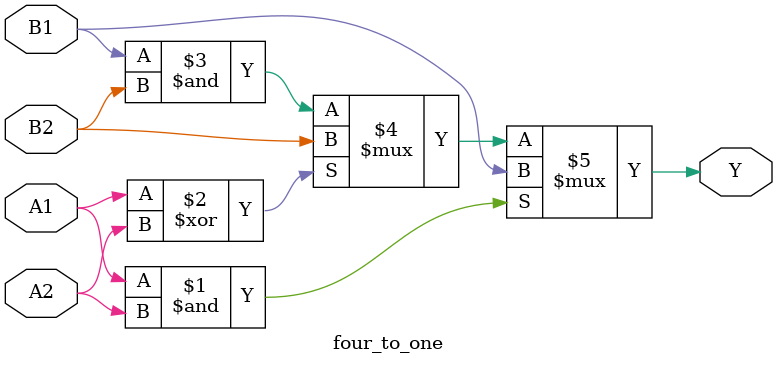
<source format=v>
module four_to_one (
    Y ,
    A1,
    A2,
    B1,
    B2
);

    output Y ;
    input  A1;
    input  A2;
    input  B1;
    input  B2;
    
    assign Y = (A1 & A2) ? B1 : ((A1 ^ A2) ? B2 : (B1 & B2));

endmodule

</source>
